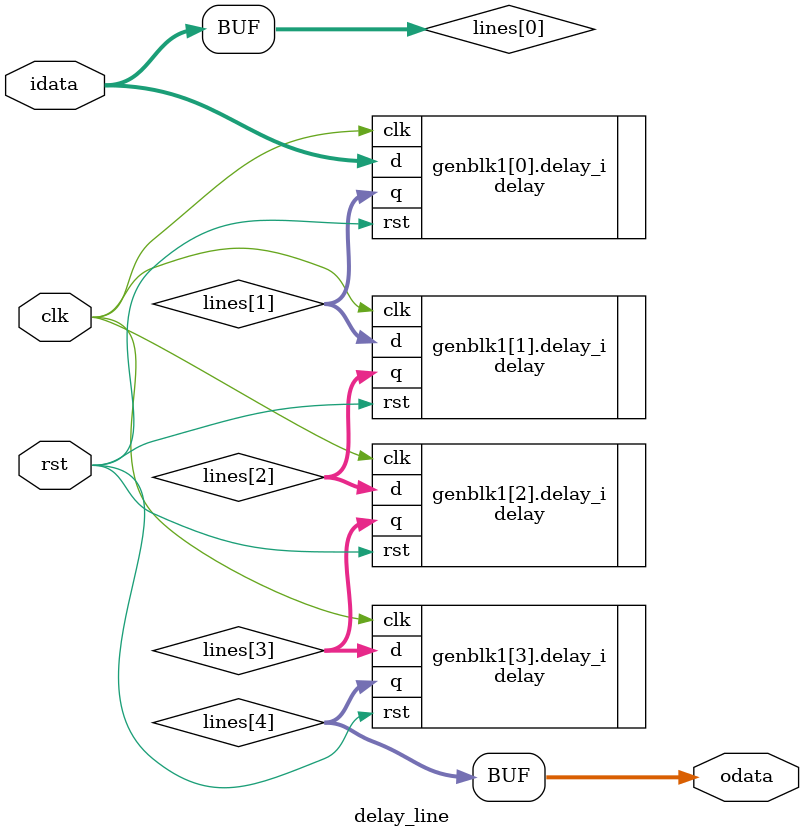
<source format=v>
`timescale 1ns / 1ps
module delay_line #
	(
		parameter N = 8,
		parameter DELAY = 4
	)
	(
		input clk,
		input rst,
		input [N-1:0]idata,
		output [N-1:0]odata
    );

wire [N-1:0] lines[DELAY:0];

assign lines[0] = idata;

genvar i;
generate

for(i = 0; i < DELAY; i = i + 1)
begin
	delay #
	(
		.N(N)
	)
	delay_i 
	(
		.clk(clk),
		.rst(rst),
		.d(lines[i]),
		.q(lines[i+1])
	);
end

endgenerate

assign odata = lines[DELAY];

endmodule

</source>
